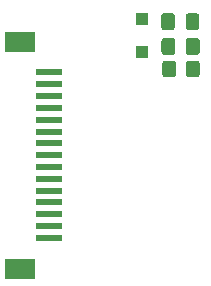
<source format=gbr>
%TF.GenerationSoftware,KiCad,Pcbnew,(5.1.7)-1*%
%TF.CreationDate,2021-02-26T18:48:08+00:00*%
%TF.ProjectId,Small Camera Adapter,536d616c-6c20-4436-916d-657261204164,rev?*%
%TF.SameCoordinates,Original*%
%TF.FileFunction,Paste,Bot*%
%TF.FilePolarity,Positive*%
%FSLAX46Y46*%
G04 Gerber Fmt 4.6, Leading zero omitted, Abs format (unit mm)*
G04 Created by KiCad (PCBNEW (5.1.7)-1) date 2021-02-26 18:48:08*
%MOMM*%
%LPD*%
G01*
G04 APERTURE LIST*
%ADD10R,2.200000X0.600000*%
%ADD11R,2.600000X1.800000*%
%ADD12R,1.100000X1.100000*%
G04 APERTURE END LIST*
D10*
%TO.C,J1*%
X146700000Y-123600000D03*
X146700000Y-124600000D03*
X146700000Y-122600000D03*
X146700000Y-125600000D03*
D11*
X144300000Y-111000000D03*
X144300000Y-130200000D03*
D10*
X146700000Y-126600000D03*
X146700000Y-127600000D03*
X146700000Y-121600000D03*
X146700000Y-120600000D03*
X146700000Y-119600000D03*
X146700000Y-118600000D03*
X146700000Y-117600000D03*
X146700000Y-116600000D03*
X146700000Y-115600000D03*
X146700000Y-114600000D03*
X146700000Y-113600000D03*
%TD*%
D12*
%TO.C,D2*%
X154600000Y-109100000D03*
X154600000Y-111900000D03*
%TD*%
%TO.C,C1*%
G36*
G01*
X158288000Y-109775000D02*
X158288000Y-108825000D01*
G75*
G02*
X158538000Y-108575000I250000J0D01*
G01*
X159213000Y-108575000D01*
G75*
G02*
X159463000Y-108825000I0J-250000D01*
G01*
X159463000Y-109775000D01*
G75*
G02*
X159213000Y-110025000I-250000J0D01*
G01*
X158538000Y-110025000D01*
G75*
G02*
X158288000Y-109775000I0J250000D01*
G01*
G37*
G36*
G01*
X156213000Y-109775000D02*
X156213000Y-108825000D01*
G75*
G02*
X156463000Y-108575000I250000J0D01*
G01*
X157138000Y-108575000D01*
G75*
G02*
X157388000Y-108825000I0J-250000D01*
G01*
X157388000Y-109775000D01*
G75*
G02*
X157138000Y-110025000I-250000J0D01*
G01*
X156463000Y-110025000D01*
G75*
G02*
X156213000Y-109775000I0J250000D01*
G01*
G37*
%TD*%
%TO.C,C2*%
G36*
G01*
X156237000Y-111875000D02*
X156237000Y-110925000D01*
G75*
G02*
X156487000Y-110675000I250000J0D01*
G01*
X157162000Y-110675000D01*
G75*
G02*
X157412000Y-110925000I0J-250000D01*
G01*
X157412000Y-111875000D01*
G75*
G02*
X157162000Y-112125000I-250000J0D01*
G01*
X156487000Y-112125000D01*
G75*
G02*
X156237000Y-111875000I0J250000D01*
G01*
G37*
G36*
G01*
X158312000Y-111875000D02*
X158312000Y-110925000D01*
G75*
G02*
X158562000Y-110675000I250000J0D01*
G01*
X159237000Y-110675000D01*
G75*
G02*
X159487000Y-110925000I0J-250000D01*
G01*
X159487000Y-111875000D01*
G75*
G02*
X159237000Y-112125000I-250000J0D01*
G01*
X158562000Y-112125000D01*
G75*
G02*
X158312000Y-111875000I0J250000D01*
G01*
G37*
%TD*%
%TO.C,R1*%
G36*
G01*
X159500000Y-112849999D02*
X159500000Y-113750001D01*
G75*
G02*
X159250001Y-114000000I-249999J0D01*
G01*
X158549999Y-114000000D01*
G75*
G02*
X158300000Y-113750001I0J249999D01*
G01*
X158300000Y-112849999D01*
G75*
G02*
X158549999Y-112600000I249999J0D01*
G01*
X159250001Y-112600000D01*
G75*
G02*
X159500000Y-112849999I0J-249999D01*
G01*
G37*
G36*
G01*
X157500000Y-112849999D02*
X157500000Y-113750001D01*
G75*
G02*
X157250001Y-114000000I-249999J0D01*
G01*
X156549999Y-114000000D01*
G75*
G02*
X156300000Y-113750001I0J249999D01*
G01*
X156300000Y-112849999D01*
G75*
G02*
X156549999Y-112600000I249999J0D01*
G01*
X157250001Y-112600000D01*
G75*
G02*
X157500000Y-112849999I0J-249999D01*
G01*
G37*
%TD*%
M02*

</source>
